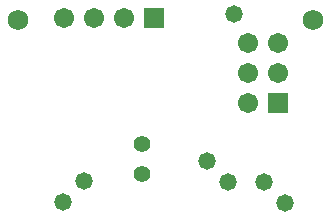
<source format=gbs>
G04 Layer_Color=16711935*
%FSLAX24Y24*%
%MOIN*%
G70*
G01*
G75*
%ADD35C,0.0552*%
%ADD36C,0.0580*%
%ADD37C,0.0671*%
%ADD38R,0.0671X0.0671*%
%ADD39R,0.0671X0.0671*%
%ADD40C,0.0680*%
D35*
X5118Y2756D02*
D03*
Y1772D02*
D03*
D36*
X2465Y828D02*
D03*
X3172Y1535D02*
D03*
X7265Y2183D02*
D03*
X7972Y1476D02*
D03*
X9176Y1495D02*
D03*
X9883Y787D02*
D03*
X8169Y7087D02*
D03*
D37*
X2512Y6959D02*
D03*
X3512D02*
D03*
X4512D02*
D03*
X8646Y6134D02*
D03*
X9646D02*
D03*
X8646Y5134D02*
D03*
X9646D02*
D03*
X8646Y4134D02*
D03*
D38*
X5512Y6959D02*
D03*
D39*
X9646Y4134D02*
D03*
D40*
X10827Y6890D02*
D03*
X984D02*
D03*
M02*

</source>
